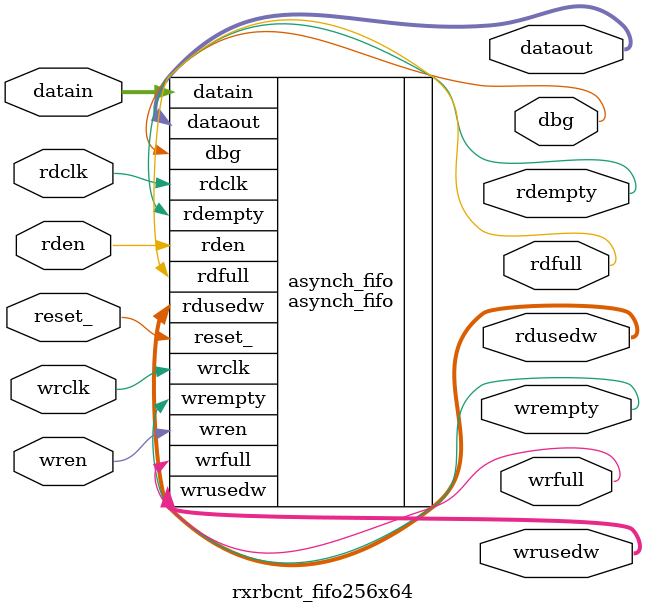
<source format=v>

`timescale 1ns / 1ps

module rxrbcnt_fifo256x64 # (parameter WIDTH = 64,         // considering 8X8 fifo
								DEPTH = 256,
								PTR	= 8 )          // 2**3 = 8 (DEPTH)

		  (
			input wire reset_,
			//=== Signals for WRITE

			input  wire 				wrclk,      // Clk for writing data                              
			input  wire 				wren,       // request to write                                     
			input  wire [WIDTH-1 : 0]	datain,     // Data coming in                                 
			output wire					wrfull,     // indicates fifo is full or not (To avoid overiding)
			output wire 			 	wrempty,    // 0- some data is present (atleast 1 data is present)                                            
			output wire	[PTR  : 0]		wrusedw,    // number of slots currently in use for writing                                                                                                         
                                                    

			//=== Signals for READ

			input  wire 				rdclk,      // Clk for reading data                                
			input  wire 				rden,       // Request to read from FIFO                           
			output wire [WIDTH-1 : 0]	dataout,    // Data coming out                                     
			output wire 				rdfull,     // 1-FIFO IS FULL (DATA AVAILABLE FOR READ is == DEPTH) 
			output wire 					rdempty,    // indicates fifo is empty or not (to avoid underflow)  
			output wire [PTR  : 0] 	rdusedw,    // number of slots currently in use for reading

			//=== Signals for TEST

			output wire dbg

);


			
			
asynch_fifo # ( .WIDTH(WIDTH),         // considering 8X8 fifo
								.DEPTH(DEPTH),
								.PTR(PTR) )          // 2**3 = 8 (DEPTH)

asynch_fifo		  (
			.reset_(reset_),
			//=== Signals for WRITE

			.wrclk(wrclk),      // Clk for writing data                              
			.wren(wren),       // request to write                                     
			.datain(datain),     // Data coming in                                 
			.wrfull(wrfull),     // indicates fifo is full or not (To avoid overiding)
			.wrempty(wrempty),    // 0- some data is present (atleast 1 data is present)                                            
			.wrusedw(wrusedw),    // number of slots currently in use for writing                                                                                                         
                                                    

			//=== Signals for READ

			.rdclk(rdclk),      // Clk for reading data                                
			.rden(rden),       // Request to read from FIFO                           
			.dataout(dataout),    // Data coming out                                     
			.rdfull(rdfull),     // 1-FIFO IS FULL (DATA AVAILABLE FOR READ is == DEPTH) 
			.rdempty(rdempty),    // indicates fifo is empty or not (to avoid underflow)  
			.rdusedw(rdusedw),    // number of slots currently in use for reading

			//=== Signals for TEST

			.dbg(dbg)

);			
			
			
			
			
endmodule




</source>
